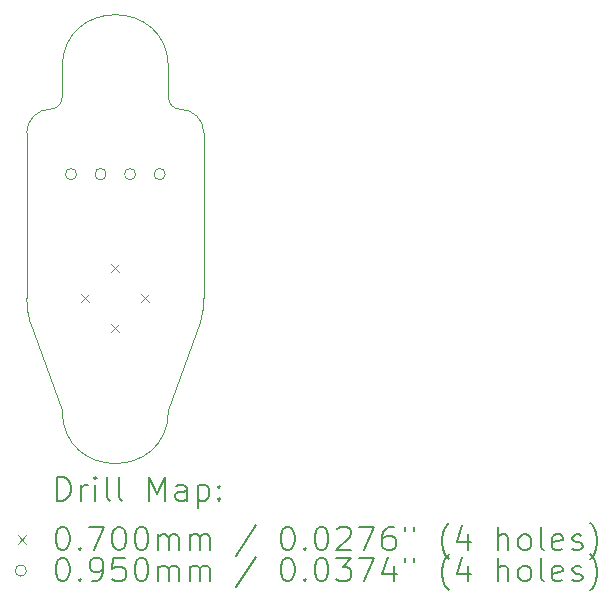
<source format=gbr>
%TF.GenerationSoftware,KiCad,Pcbnew,8.0.2*%
%TF.CreationDate,2025-01-25T00:55:08-07:00*%
%TF.ProjectId,sdm25mlxboard,73646d32-356d-46c7-9862-6f6172642e6b,1*%
%TF.SameCoordinates,Original*%
%TF.FileFunction,Drillmap*%
%TF.FilePolarity,Positive*%
%FSLAX45Y45*%
G04 Gerber Fmt 4.5, Leading zero omitted, Abs format (unit mm)*
G04 Created by KiCad (PCBNEW 8.0.2) date 2025-01-25 00:55:08*
%MOMM*%
%LPD*%
G01*
G04 APERTURE LIST*
%ADD10C,0.050000*%
%ADD11C,0.200000*%
%ADD12C,0.100000*%
G04 APERTURE END LIST*
D10*
X15600000Y-8650000D02*
G75*
G02*
X16500000Y-8650000I450000J0D01*
G01*
X15300000Y-10600000D02*
X15300000Y-9200000D01*
X16771143Y-10806041D02*
X16500000Y-11550000D01*
X16500000Y-8900000D02*
X16500000Y-8650000D01*
X16800000Y-10600000D02*
G75*
G02*
X16771143Y-10806041I-750000J0D01*
G01*
X16600000Y-9000000D02*
G75*
G02*
X16500000Y-8900000I0J100000D01*
G01*
X15328857Y-10806041D02*
X15600000Y-11550000D01*
X16500000Y-11550000D02*
G75*
G02*
X15600000Y-11550000I-450000J0D01*
G01*
X15600000Y-8650000D02*
X15600000Y-8900000D01*
X15600000Y-8900000D02*
G75*
G02*
X15500000Y-9000000I-100000J0D01*
G01*
X16800000Y-10600000D02*
X16800000Y-9200000D01*
X16600000Y-9000000D02*
G75*
G02*
X16800000Y-9200000I0J-200000D01*
G01*
X15328857Y-10806041D02*
G75*
G02*
X15300000Y-10600000I721143J206041D01*
G01*
X15300000Y-9200000D02*
G75*
G02*
X15500000Y-9000000I200000J0D01*
G01*
D11*
D12*
X15761000Y-10565000D02*
X15831000Y-10635000D01*
X15831000Y-10565000D02*
X15761000Y-10635000D01*
X16015000Y-10311000D02*
X16085000Y-10381000D01*
X16085000Y-10311000D02*
X16015000Y-10381000D01*
X16015000Y-10819000D02*
X16085000Y-10889000D01*
X16085000Y-10819000D02*
X16015000Y-10889000D01*
X16269000Y-10565000D02*
X16339000Y-10635000D01*
X16339000Y-10565000D02*
X16269000Y-10635000D01*
X15722500Y-9550000D02*
G75*
G02*
X15627500Y-9550000I-47500J0D01*
G01*
X15627500Y-9550000D02*
G75*
G02*
X15722500Y-9550000I47500J0D01*
G01*
X15972500Y-9550000D02*
G75*
G02*
X15877500Y-9550000I-47500J0D01*
G01*
X15877500Y-9550000D02*
G75*
G02*
X15972500Y-9550000I47500J0D01*
G01*
X16222500Y-9550000D02*
G75*
G02*
X16127500Y-9550000I-47500J0D01*
G01*
X16127500Y-9550000D02*
G75*
G02*
X16222500Y-9550000I47500J0D01*
G01*
X16472500Y-9550000D02*
G75*
G02*
X16377500Y-9550000I-47500J0D01*
G01*
X16377500Y-9550000D02*
G75*
G02*
X16472500Y-9550000I47500J0D01*
G01*
D11*
X15558277Y-12313984D02*
X15558277Y-12113984D01*
X15558277Y-12113984D02*
X15605896Y-12113984D01*
X15605896Y-12113984D02*
X15634467Y-12123508D01*
X15634467Y-12123508D02*
X15653515Y-12142555D01*
X15653515Y-12142555D02*
X15663039Y-12161603D01*
X15663039Y-12161603D02*
X15672562Y-12199698D01*
X15672562Y-12199698D02*
X15672562Y-12228269D01*
X15672562Y-12228269D02*
X15663039Y-12266365D01*
X15663039Y-12266365D02*
X15653515Y-12285412D01*
X15653515Y-12285412D02*
X15634467Y-12304460D01*
X15634467Y-12304460D02*
X15605896Y-12313984D01*
X15605896Y-12313984D02*
X15558277Y-12313984D01*
X15758277Y-12313984D02*
X15758277Y-12180650D01*
X15758277Y-12218746D02*
X15767801Y-12199698D01*
X15767801Y-12199698D02*
X15777324Y-12190174D01*
X15777324Y-12190174D02*
X15796372Y-12180650D01*
X15796372Y-12180650D02*
X15815420Y-12180650D01*
X15882086Y-12313984D02*
X15882086Y-12180650D01*
X15882086Y-12113984D02*
X15872562Y-12123508D01*
X15872562Y-12123508D02*
X15882086Y-12133031D01*
X15882086Y-12133031D02*
X15891610Y-12123508D01*
X15891610Y-12123508D02*
X15882086Y-12113984D01*
X15882086Y-12113984D02*
X15882086Y-12133031D01*
X16005896Y-12313984D02*
X15986848Y-12304460D01*
X15986848Y-12304460D02*
X15977324Y-12285412D01*
X15977324Y-12285412D02*
X15977324Y-12113984D01*
X16110658Y-12313984D02*
X16091610Y-12304460D01*
X16091610Y-12304460D02*
X16082086Y-12285412D01*
X16082086Y-12285412D02*
X16082086Y-12113984D01*
X16339229Y-12313984D02*
X16339229Y-12113984D01*
X16339229Y-12113984D02*
X16405896Y-12256841D01*
X16405896Y-12256841D02*
X16472562Y-12113984D01*
X16472562Y-12113984D02*
X16472562Y-12313984D01*
X16653515Y-12313984D02*
X16653515Y-12209222D01*
X16653515Y-12209222D02*
X16643991Y-12190174D01*
X16643991Y-12190174D02*
X16624943Y-12180650D01*
X16624943Y-12180650D02*
X16586848Y-12180650D01*
X16586848Y-12180650D02*
X16567801Y-12190174D01*
X16653515Y-12304460D02*
X16634467Y-12313984D01*
X16634467Y-12313984D02*
X16586848Y-12313984D01*
X16586848Y-12313984D02*
X16567801Y-12304460D01*
X16567801Y-12304460D02*
X16558277Y-12285412D01*
X16558277Y-12285412D02*
X16558277Y-12266365D01*
X16558277Y-12266365D02*
X16567801Y-12247317D01*
X16567801Y-12247317D02*
X16586848Y-12237793D01*
X16586848Y-12237793D02*
X16634467Y-12237793D01*
X16634467Y-12237793D02*
X16653515Y-12228269D01*
X16748753Y-12180650D02*
X16748753Y-12380650D01*
X16748753Y-12190174D02*
X16767801Y-12180650D01*
X16767801Y-12180650D02*
X16805896Y-12180650D01*
X16805896Y-12180650D02*
X16824944Y-12190174D01*
X16824944Y-12190174D02*
X16834467Y-12199698D01*
X16834467Y-12199698D02*
X16843991Y-12218746D01*
X16843991Y-12218746D02*
X16843991Y-12275888D01*
X16843991Y-12275888D02*
X16834467Y-12294936D01*
X16834467Y-12294936D02*
X16824944Y-12304460D01*
X16824944Y-12304460D02*
X16805896Y-12313984D01*
X16805896Y-12313984D02*
X16767801Y-12313984D01*
X16767801Y-12313984D02*
X16748753Y-12304460D01*
X16929705Y-12294936D02*
X16939229Y-12304460D01*
X16939229Y-12304460D02*
X16929705Y-12313984D01*
X16929705Y-12313984D02*
X16920182Y-12304460D01*
X16920182Y-12304460D02*
X16929705Y-12294936D01*
X16929705Y-12294936D02*
X16929705Y-12313984D01*
X16929705Y-12190174D02*
X16939229Y-12199698D01*
X16939229Y-12199698D02*
X16929705Y-12209222D01*
X16929705Y-12209222D02*
X16920182Y-12199698D01*
X16920182Y-12199698D02*
X16929705Y-12190174D01*
X16929705Y-12190174D02*
X16929705Y-12209222D01*
D12*
X15227500Y-12607500D02*
X15297500Y-12677500D01*
X15297500Y-12607500D02*
X15227500Y-12677500D01*
D11*
X15596372Y-12533984D02*
X15615420Y-12533984D01*
X15615420Y-12533984D02*
X15634467Y-12543508D01*
X15634467Y-12543508D02*
X15643991Y-12553031D01*
X15643991Y-12553031D02*
X15653515Y-12572079D01*
X15653515Y-12572079D02*
X15663039Y-12610174D01*
X15663039Y-12610174D02*
X15663039Y-12657793D01*
X15663039Y-12657793D02*
X15653515Y-12695888D01*
X15653515Y-12695888D02*
X15643991Y-12714936D01*
X15643991Y-12714936D02*
X15634467Y-12724460D01*
X15634467Y-12724460D02*
X15615420Y-12733984D01*
X15615420Y-12733984D02*
X15596372Y-12733984D01*
X15596372Y-12733984D02*
X15577324Y-12724460D01*
X15577324Y-12724460D02*
X15567801Y-12714936D01*
X15567801Y-12714936D02*
X15558277Y-12695888D01*
X15558277Y-12695888D02*
X15548753Y-12657793D01*
X15548753Y-12657793D02*
X15548753Y-12610174D01*
X15548753Y-12610174D02*
X15558277Y-12572079D01*
X15558277Y-12572079D02*
X15567801Y-12553031D01*
X15567801Y-12553031D02*
X15577324Y-12543508D01*
X15577324Y-12543508D02*
X15596372Y-12533984D01*
X15748753Y-12714936D02*
X15758277Y-12724460D01*
X15758277Y-12724460D02*
X15748753Y-12733984D01*
X15748753Y-12733984D02*
X15739229Y-12724460D01*
X15739229Y-12724460D02*
X15748753Y-12714936D01*
X15748753Y-12714936D02*
X15748753Y-12733984D01*
X15824943Y-12533984D02*
X15958277Y-12533984D01*
X15958277Y-12533984D02*
X15872562Y-12733984D01*
X16072562Y-12533984D02*
X16091610Y-12533984D01*
X16091610Y-12533984D02*
X16110658Y-12543508D01*
X16110658Y-12543508D02*
X16120182Y-12553031D01*
X16120182Y-12553031D02*
X16129705Y-12572079D01*
X16129705Y-12572079D02*
X16139229Y-12610174D01*
X16139229Y-12610174D02*
X16139229Y-12657793D01*
X16139229Y-12657793D02*
X16129705Y-12695888D01*
X16129705Y-12695888D02*
X16120182Y-12714936D01*
X16120182Y-12714936D02*
X16110658Y-12724460D01*
X16110658Y-12724460D02*
X16091610Y-12733984D01*
X16091610Y-12733984D02*
X16072562Y-12733984D01*
X16072562Y-12733984D02*
X16053515Y-12724460D01*
X16053515Y-12724460D02*
X16043991Y-12714936D01*
X16043991Y-12714936D02*
X16034467Y-12695888D01*
X16034467Y-12695888D02*
X16024943Y-12657793D01*
X16024943Y-12657793D02*
X16024943Y-12610174D01*
X16024943Y-12610174D02*
X16034467Y-12572079D01*
X16034467Y-12572079D02*
X16043991Y-12553031D01*
X16043991Y-12553031D02*
X16053515Y-12543508D01*
X16053515Y-12543508D02*
X16072562Y-12533984D01*
X16263039Y-12533984D02*
X16282086Y-12533984D01*
X16282086Y-12533984D02*
X16301134Y-12543508D01*
X16301134Y-12543508D02*
X16310658Y-12553031D01*
X16310658Y-12553031D02*
X16320182Y-12572079D01*
X16320182Y-12572079D02*
X16329705Y-12610174D01*
X16329705Y-12610174D02*
X16329705Y-12657793D01*
X16329705Y-12657793D02*
X16320182Y-12695888D01*
X16320182Y-12695888D02*
X16310658Y-12714936D01*
X16310658Y-12714936D02*
X16301134Y-12724460D01*
X16301134Y-12724460D02*
X16282086Y-12733984D01*
X16282086Y-12733984D02*
X16263039Y-12733984D01*
X16263039Y-12733984D02*
X16243991Y-12724460D01*
X16243991Y-12724460D02*
X16234467Y-12714936D01*
X16234467Y-12714936D02*
X16224943Y-12695888D01*
X16224943Y-12695888D02*
X16215420Y-12657793D01*
X16215420Y-12657793D02*
X16215420Y-12610174D01*
X16215420Y-12610174D02*
X16224943Y-12572079D01*
X16224943Y-12572079D02*
X16234467Y-12553031D01*
X16234467Y-12553031D02*
X16243991Y-12543508D01*
X16243991Y-12543508D02*
X16263039Y-12533984D01*
X16415420Y-12733984D02*
X16415420Y-12600650D01*
X16415420Y-12619698D02*
X16424943Y-12610174D01*
X16424943Y-12610174D02*
X16443991Y-12600650D01*
X16443991Y-12600650D02*
X16472563Y-12600650D01*
X16472563Y-12600650D02*
X16491610Y-12610174D01*
X16491610Y-12610174D02*
X16501134Y-12629222D01*
X16501134Y-12629222D02*
X16501134Y-12733984D01*
X16501134Y-12629222D02*
X16510658Y-12610174D01*
X16510658Y-12610174D02*
X16529705Y-12600650D01*
X16529705Y-12600650D02*
X16558277Y-12600650D01*
X16558277Y-12600650D02*
X16577324Y-12610174D01*
X16577324Y-12610174D02*
X16586848Y-12629222D01*
X16586848Y-12629222D02*
X16586848Y-12733984D01*
X16682086Y-12733984D02*
X16682086Y-12600650D01*
X16682086Y-12619698D02*
X16691610Y-12610174D01*
X16691610Y-12610174D02*
X16710658Y-12600650D01*
X16710658Y-12600650D02*
X16739229Y-12600650D01*
X16739229Y-12600650D02*
X16758277Y-12610174D01*
X16758277Y-12610174D02*
X16767801Y-12629222D01*
X16767801Y-12629222D02*
X16767801Y-12733984D01*
X16767801Y-12629222D02*
X16777325Y-12610174D01*
X16777325Y-12610174D02*
X16796372Y-12600650D01*
X16796372Y-12600650D02*
X16824944Y-12600650D01*
X16824944Y-12600650D02*
X16843991Y-12610174D01*
X16843991Y-12610174D02*
X16853515Y-12629222D01*
X16853515Y-12629222D02*
X16853515Y-12733984D01*
X17243991Y-12524460D02*
X17072563Y-12781603D01*
X17501134Y-12533984D02*
X17520182Y-12533984D01*
X17520182Y-12533984D02*
X17539229Y-12543508D01*
X17539229Y-12543508D02*
X17548753Y-12553031D01*
X17548753Y-12553031D02*
X17558277Y-12572079D01*
X17558277Y-12572079D02*
X17567801Y-12610174D01*
X17567801Y-12610174D02*
X17567801Y-12657793D01*
X17567801Y-12657793D02*
X17558277Y-12695888D01*
X17558277Y-12695888D02*
X17548753Y-12714936D01*
X17548753Y-12714936D02*
X17539229Y-12724460D01*
X17539229Y-12724460D02*
X17520182Y-12733984D01*
X17520182Y-12733984D02*
X17501134Y-12733984D01*
X17501134Y-12733984D02*
X17482087Y-12724460D01*
X17482087Y-12724460D02*
X17472563Y-12714936D01*
X17472563Y-12714936D02*
X17463039Y-12695888D01*
X17463039Y-12695888D02*
X17453515Y-12657793D01*
X17453515Y-12657793D02*
X17453515Y-12610174D01*
X17453515Y-12610174D02*
X17463039Y-12572079D01*
X17463039Y-12572079D02*
X17472563Y-12553031D01*
X17472563Y-12553031D02*
X17482087Y-12543508D01*
X17482087Y-12543508D02*
X17501134Y-12533984D01*
X17653515Y-12714936D02*
X17663039Y-12724460D01*
X17663039Y-12724460D02*
X17653515Y-12733984D01*
X17653515Y-12733984D02*
X17643991Y-12724460D01*
X17643991Y-12724460D02*
X17653515Y-12714936D01*
X17653515Y-12714936D02*
X17653515Y-12733984D01*
X17786848Y-12533984D02*
X17805896Y-12533984D01*
X17805896Y-12533984D02*
X17824944Y-12543508D01*
X17824944Y-12543508D02*
X17834468Y-12553031D01*
X17834468Y-12553031D02*
X17843991Y-12572079D01*
X17843991Y-12572079D02*
X17853515Y-12610174D01*
X17853515Y-12610174D02*
X17853515Y-12657793D01*
X17853515Y-12657793D02*
X17843991Y-12695888D01*
X17843991Y-12695888D02*
X17834468Y-12714936D01*
X17834468Y-12714936D02*
X17824944Y-12724460D01*
X17824944Y-12724460D02*
X17805896Y-12733984D01*
X17805896Y-12733984D02*
X17786848Y-12733984D01*
X17786848Y-12733984D02*
X17767801Y-12724460D01*
X17767801Y-12724460D02*
X17758277Y-12714936D01*
X17758277Y-12714936D02*
X17748753Y-12695888D01*
X17748753Y-12695888D02*
X17739229Y-12657793D01*
X17739229Y-12657793D02*
X17739229Y-12610174D01*
X17739229Y-12610174D02*
X17748753Y-12572079D01*
X17748753Y-12572079D02*
X17758277Y-12553031D01*
X17758277Y-12553031D02*
X17767801Y-12543508D01*
X17767801Y-12543508D02*
X17786848Y-12533984D01*
X17929706Y-12553031D02*
X17939229Y-12543508D01*
X17939229Y-12543508D02*
X17958277Y-12533984D01*
X17958277Y-12533984D02*
X18005896Y-12533984D01*
X18005896Y-12533984D02*
X18024944Y-12543508D01*
X18024944Y-12543508D02*
X18034468Y-12553031D01*
X18034468Y-12553031D02*
X18043991Y-12572079D01*
X18043991Y-12572079D02*
X18043991Y-12591127D01*
X18043991Y-12591127D02*
X18034468Y-12619698D01*
X18034468Y-12619698D02*
X17920182Y-12733984D01*
X17920182Y-12733984D02*
X18043991Y-12733984D01*
X18110658Y-12533984D02*
X18243991Y-12533984D01*
X18243991Y-12533984D02*
X18158277Y-12733984D01*
X18405896Y-12533984D02*
X18367801Y-12533984D01*
X18367801Y-12533984D02*
X18348753Y-12543508D01*
X18348753Y-12543508D02*
X18339229Y-12553031D01*
X18339229Y-12553031D02*
X18320182Y-12581603D01*
X18320182Y-12581603D02*
X18310658Y-12619698D01*
X18310658Y-12619698D02*
X18310658Y-12695888D01*
X18310658Y-12695888D02*
X18320182Y-12714936D01*
X18320182Y-12714936D02*
X18329706Y-12724460D01*
X18329706Y-12724460D02*
X18348753Y-12733984D01*
X18348753Y-12733984D02*
X18386849Y-12733984D01*
X18386849Y-12733984D02*
X18405896Y-12724460D01*
X18405896Y-12724460D02*
X18415420Y-12714936D01*
X18415420Y-12714936D02*
X18424944Y-12695888D01*
X18424944Y-12695888D02*
X18424944Y-12648269D01*
X18424944Y-12648269D02*
X18415420Y-12629222D01*
X18415420Y-12629222D02*
X18405896Y-12619698D01*
X18405896Y-12619698D02*
X18386849Y-12610174D01*
X18386849Y-12610174D02*
X18348753Y-12610174D01*
X18348753Y-12610174D02*
X18329706Y-12619698D01*
X18329706Y-12619698D02*
X18320182Y-12629222D01*
X18320182Y-12629222D02*
X18310658Y-12648269D01*
X18501134Y-12533984D02*
X18501134Y-12572079D01*
X18577325Y-12533984D02*
X18577325Y-12572079D01*
X18872563Y-12810174D02*
X18863039Y-12800650D01*
X18863039Y-12800650D02*
X18843991Y-12772079D01*
X18843991Y-12772079D02*
X18834468Y-12753031D01*
X18834468Y-12753031D02*
X18824944Y-12724460D01*
X18824944Y-12724460D02*
X18815420Y-12676841D01*
X18815420Y-12676841D02*
X18815420Y-12638746D01*
X18815420Y-12638746D02*
X18824944Y-12591127D01*
X18824944Y-12591127D02*
X18834468Y-12562555D01*
X18834468Y-12562555D02*
X18843991Y-12543508D01*
X18843991Y-12543508D02*
X18863039Y-12514936D01*
X18863039Y-12514936D02*
X18872563Y-12505412D01*
X19034468Y-12600650D02*
X19034468Y-12733984D01*
X18986849Y-12524460D02*
X18939230Y-12667317D01*
X18939230Y-12667317D02*
X19063039Y-12667317D01*
X19291611Y-12733984D02*
X19291611Y-12533984D01*
X19377325Y-12733984D02*
X19377325Y-12629222D01*
X19377325Y-12629222D02*
X19367801Y-12610174D01*
X19367801Y-12610174D02*
X19348753Y-12600650D01*
X19348753Y-12600650D02*
X19320182Y-12600650D01*
X19320182Y-12600650D02*
X19301134Y-12610174D01*
X19301134Y-12610174D02*
X19291611Y-12619698D01*
X19501134Y-12733984D02*
X19482087Y-12724460D01*
X19482087Y-12724460D02*
X19472563Y-12714936D01*
X19472563Y-12714936D02*
X19463039Y-12695888D01*
X19463039Y-12695888D02*
X19463039Y-12638746D01*
X19463039Y-12638746D02*
X19472563Y-12619698D01*
X19472563Y-12619698D02*
X19482087Y-12610174D01*
X19482087Y-12610174D02*
X19501134Y-12600650D01*
X19501134Y-12600650D02*
X19529706Y-12600650D01*
X19529706Y-12600650D02*
X19548753Y-12610174D01*
X19548753Y-12610174D02*
X19558277Y-12619698D01*
X19558277Y-12619698D02*
X19567801Y-12638746D01*
X19567801Y-12638746D02*
X19567801Y-12695888D01*
X19567801Y-12695888D02*
X19558277Y-12714936D01*
X19558277Y-12714936D02*
X19548753Y-12724460D01*
X19548753Y-12724460D02*
X19529706Y-12733984D01*
X19529706Y-12733984D02*
X19501134Y-12733984D01*
X19682087Y-12733984D02*
X19663039Y-12724460D01*
X19663039Y-12724460D02*
X19653515Y-12705412D01*
X19653515Y-12705412D02*
X19653515Y-12533984D01*
X19834468Y-12724460D02*
X19815420Y-12733984D01*
X19815420Y-12733984D02*
X19777325Y-12733984D01*
X19777325Y-12733984D02*
X19758277Y-12724460D01*
X19758277Y-12724460D02*
X19748753Y-12705412D01*
X19748753Y-12705412D02*
X19748753Y-12629222D01*
X19748753Y-12629222D02*
X19758277Y-12610174D01*
X19758277Y-12610174D02*
X19777325Y-12600650D01*
X19777325Y-12600650D02*
X19815420Y-12600650D01*
X19815420Y-12600650D02*
X19834468Y-12610174D01*
X19834468Y-12610174D02*
X19843992Y-12629222D01*
X19843992Y-12629222D02*
X19843992Y-12648269D01*
X19843992Y-12648269D02*
X19748753Y-12667317D01*
X19920182Y-12724460D02*
X19939230Y-12733984D01*
X19939230Y-12733984D02*
X19977325Y-12733984D01*
X19977325Y-12733984D02*
X19996373Y-12724460D01*
X19996373Y-12724460D02*
X20005896Y-12705412D01*
X20005896Y-12705412D02*
X20005896Y-12695888D01*
X20005896Y-12695888D02*
X19996373Y-12676841D01*
X19996373Y-12676841D02*
X19977325Y-12667317D01*
X19977325Y-12667317D02*
X19948753Y-12667317D01*
X19948753Y-12667317D02*
X19929706Y-12657793D01*
X19929706Y-12657793D02*
X19920182Y-12638746D01*
X19920182Y-12638746D02*
X19920182Y-12629222D01*
X19920182Y-12629222D02*
X19929706Y-12610174D01*
X19929706Y-12610174D02*
X19948753Y-12600650D01*
X19948753Y-12600650D02*
X19977325Y-12600650D01*
X19977325Y-12600650D02*
X19996373Y-12610174D01*
X20072563Y-12810174D02*
X20082087Y-12800650D01*
X20082087Y-12800650D02*
X20101134Y-12772079D01*
X20101134Y-12772079D02*
X20110658Y-12753031D01*
X20110658Y-12753031D02*
X20120182Y-12724460D01*
X20120182Y-12724460D02*
X20129706Y-12676841D01*
X20129706Y-12676841D02*
X20129706Y-12638746D01*
X20129706Y-12638746D02*
X20120182Y-12591127D01*
X20120182Y-12591127D02*
X20110658Y-12562555D01*
X20110658Y-12562555D02*
X20101134Y-12543508D01*
X20101134Y-12543508D02*
X20082087Y-12514936D01*
X20082087Y-12514936D02*
X20072563Y-12505412D01*
D12*
X15297500Y-12906500D02*
G75*
G02*
X15202500Y-12906500I-47500J0D01*
G01*
X15202500Y-12906500D02*
G75*
G02*
X15297500Y-12906500I47500J0D01*
G01*
D11*
X15596372Y-12797984D02*
X15615420Y-12797984D01*
X15615420Y-12797984D02*
X15634467Y-12807508D01*
X15634467Y-12807508D02*
X15643991Y-12817031D01*
X15643991Y-12817031D02*
X15653515Y-12836079D01*
X15653515Y-12836079D02*
X15663039Y-12874174D01*
X15663039Y-12874174D02*
X15663039Y-12921793D01*
X15663039Y-12921793D02*
X15653515Y-12959888D01*
X15653515Y-12959888D02*
X15643991Y-12978936D01*
X15643991Y-12978936D02*
X15634467Y-12988460D01*
X15634467Y-12988460D02*
X15615420Y-12997984D01*
X15615420Y-12997984D02*
X15596372Y-12997984D01*
X15596372Y-12997984D02*
X15577324Y-12988460D01*
X15577324Y-12988460D02*
X15567801Y-12978936D01*
X15567801Y-12978936D02*
X15558277Y-12959888D01*
X15558277Y-12959888D02*
X15548753Y-12921793D01*
X15548753Y-12921793D02*
X15548753Y-12874174D01*
X15548753Y-12874174D02*
X15558277Y-12836079D01*
X15558277Y-12836079D02*
X15567801Y-12817031D01*
X15567801Y-12817031D02*
X15577324Y-12807508D01*
X15577324Y-12807508D02*
X15596372Y-12797984D01*
X15748753Y-12978936D02*
X15758277Y-12988460D01*
X15758277Y-12988460D02*
X15748753Y-12997984D01*
X15748753Y-12997984D02*
X15739229Y-12988460D01*
X15739229Y-12988460D02*
X15748753Y-12978936D01*
X15748753Y-12978936D02*
X15748753Y-12997984D01*
X15853515Y-12997984D02*
X15891610Y-12997984D01*
X15891610Y-12997984D02*
X15910658Y-12988460D01*
X15910658Y-12988460D02*
X15920182Y-12978936D01*
X15920182Y-12978936D02*
X15939229Y-12950365D01*
X15939229Y-12950365D02*
X15948753Y-12912269D01*
X15948753Y-12912269D02*
X15948753Y-12836079D01*
X15948753Y-12836079D02*
X15939229Y-12817031D01*
X15939229Y-12817031D02*
X15929705Y-12807508D01*
X15929705Y-12807508D02*
X15910658Y-12797984D01*
X15910658Y-12797984D02*
X15872562Y-12797984D01*
X15872562Y-12797984D02*
X15853515Y-12807508D01*
X15853515Y-12807508D02*
X15843991Y-12817031D01*
X15843991Y-12817031D02*
X15834467Y-12836079D01*
X15834467Y-12836079D02*
X15834467Y-12883698D01*
X15834467Y-12883698D02*
X15843991Y-12902746D01*
X15843991Y-12902746D02*
X15853515Y-12912269D01*
X15853515Y-12912269D02*
X15872562Y-12921793D01*
X15872562Y-12921793D02*
X15910658Y-12921793D01*
X15910658Y-12921793D02*
X15929705Y-12912269D01*
X15929705Y-12912269D02*
X15939229Y-12902746D01*
X15939229Y-12902746D02*
X15948753Y-12883698D01*
X16129705Y-12797984D02*
X16034467Y-12797984D01*
X16034467Y-12797984D02*
X16024943Y-12893222D01*
X16024943Y-12893222D02*
X16034467Y-12883698D01*
X16034467Y-12883698D02*
X16053515Y-12874174D01*
X16053515Y-12874174D02*
X16101134Y-12874174D01*
X16101134Y-12874174D02*
X16120182Y-12883698D01*
X16120182Y-12883698D02*
X16129705Y-12893222D01*
X16129705Y-12893222D02*
X16139229Y-12912269D01*
X16139229Y-12912269D02*
X16139229Y-12959888D01*
X16139229Y-12959888D02*
X16129705Y-12978936D01*
X16129705Y-12978936D02*
X16120182Y-12988460D01*
X16120182Y-12988460D02*
X16101134Y-12997984D01*
X16101134Y-12997984D02*
X16053515Y-12997984D01*
X16053515Y-12997984D02*
X16034467Y-12988460D01*
X16034467Y-12988460D02*
X16024943Y-12978936D01*
X16263039Y-12797984D02*
X16282086Y-12797984D01*
X16282086Y-12797984D02*
X16301134Y-12807508D01*
X16301134Y-12807508D02*
X16310658Y-12817031D01*
X16310658Y-12817031D02*
X16320182Y-12836079D01*
X16320182Y-12836079D02*
X16329705Y-12874174D01*
X16329705Y-12874174D02*
X16329705Y-12921793D01*
X16329705Y-12921793D02*
X16320182Y-12959888D01*
X16320182Y-12959888D02*
X16310658Y-12978936D01*
X16310658Y-12978936D02*
X16301134Y-12988460D01*
X16301134Y-12988460D02*
X16282086Y-12997984D01*
X16282086Y-12997984D02*
X16263039Y-12997984D01*
X16263039Y-12997984D02*
X16243991Y-12988460D01*
X16243991Y-12988460D02*
X16234467Y-12978936D01*
X16234467Y-12978936D02*
X16224943Y-12959888D01*
X16224943Y-12959888D02*
X16215420Y-12921793D01*
X16215420Y-12921793D02*
X16215420Y-12874174D01*
X16215420Y-12874174D02*
X16224943Y-12836079D01*
X16224943Y-12836079D02*
X16234467Y-12817031D01*
X16234467Y-12817031D02*
X16243991Y-12807508D01*
X16243991Y-12807508D02*
X16263039Y-12797984D01*
X16415420Y-12997984D02*
X16415420Y-12864650D01*
X16415420Y-12883698D02*
X16424943Y-12874174D01*
X16424943Y-12874174D02*
X16443991Y-12864650D01*
X16443991Y-12864650D02*
X16472563Y-12864650D01*
X16472563Y-12864650D02*
X16491610Y-12874174D01*
X16491610Y-12874174D02*
X16501134Y-12893222D01*
X16501134Y-12893222D02*
X16501134Y-12997984D01*
X16501134Y-12893222D02*
X16510658Y-12874174D01*
X16510658Y-12874174D02*
X16529705Y-12864650D01*
X16529705Y-12864650D02*
X16558277Y-12864650D01*
X16558277Y-12864650D02*
X16577324Y-12874174D01*
X16577324Y-12874174D02*
X16586848Y-12893222D01*
X16586848Y-12893222D02*
X16586848Y-12997984D01*
X16682086Y-12997984D02*
X16682086Y-12864650D01*
X16682086Y-12883698D02*
X16691610Y-12874174D01*
X16691610Y-12874174D02*
X16710658Y-12864650D01*
X16710658Y-12864650D02*
X16739229Y-12864650D01*
X16739229Y-12864650D02*
X16758277Y-12874174D01*
X16758277Y-12874174D02*
X16767801Y-12893222D01*
X16767801Y-12893222D02*
X16767801Y-12997984D01*
X16767801Y-12893222D02*
X16777325Y-12874174D01*
X16777325Y-12874174D02*
X16796372Y-12864650D01*
X16796372Y-12864650D02*
X16824944Y-12864650D01*
X16824944Y-12864650D02*
X16843991Y-12874174D01*
X16843991Y-12874174D02*
X16853515Y-12893222D01*
X16853515Y-12893222D02*
X16853515Y-12997984D01*
X17243991Y-12788460D02*
X17072563Y-13045603D01*
X17501134Y-12797984D02*
X17520182Y-12797984D01*
X17520182Y-12797984D02*
X17539229Y-12807508D01*
X17539229Y-12807508D02*
X17548753Y-12817031D01*
X17548753Y-12817031D02*
X17558277Y-12836079D01*
X17558277Y-12836079D02*
X17567801Y-12874174D01*
X17567801Y-12874174D02*
X17567801Y-12921793D01*
X17567801Y-12921793D02*
X17558277Y-12959888D01*
X17558277Y-12959888D02*
X17548753Y-12978936D01*
X17548753Y-12978936D02*
X17539229Y-12988460D01*
X17539229Y-12988460D02*
X17520182Y-12997984D01*
X17520182Y-12997984D02*
X17501134Y-12997984D01*
X17501134Y-12997984D02*
X17482087Y-12988460D01*
X17482087Y-12988460D02*
X17472563Y-12978936D01*
X17472563Y-12978936D02*
X17463039Y-12959888D01*
X17463039Y-12959888D02*
X17453515Y-12921793D01*
X17453515Y-12921793D02*
X17453515Y-12874174D01*
X17453515Y-12874174D02*
X17463039Y-12836079D01*
X17463039Y-12836079D02*
X17472563Y-12817031D01*
X17472563Y-12817031D02*
X17482087Y-12807508D01*
X17482087Y-12807508D02*
X17501134Y-12797984D01*
X17653515Y-12978936D02*
X17663039Y-12988460D01*
X17663039Y-12988460D02*
X17653515Y-12997984D01*
X17653515Y-12997984D02*
X17643991Y-12988460D01*
X17643991Y-12988460D02*
X17653515Y-12978936D01*
X17653515Y-12978936D02*
X17653515Y-12997984D01*
X17786848Y-12797984D02*
X17805896Y-12797984D01*
X17805896Y-12797984D02*
X17824944Y-12807508D01*
X17824944Y-12807508D02*
X17834468Y-12817031D01*
X17834468Y-12817031D02*
X17843991Y-12836079D01*
X17843991Y-12836079D02*
X17853515Y-12874174D01*
X17853515Y-12874174D02*
X17853515Y-12921793D01*
X17853515Y-12921793D02*
X17843991Y-12959888D01*
X17843991Y-12959888D02*
X17834468Y-12978936D01*
X17834468Y-12978936D02*
X17824944Y-12988460D01*
X17824944Y-12988460D02*
X17805896Y-12997984D01*
X17805896Y-12997984D02*
X17786848Y-12997984D01*
X17786848Y-12997984D02*
X17767801Y-12988460D01*
X17767801Y-12988460D02*
X17758277Y-12978936D01*
X17758277Y-12978936D02*
X17748753Y-12959888D01*
X17748753Y-12959888D02*
X17739229Y-12921793D01*
X17739229Y-12921793D02*
X17739229Y-12874174D01*
X17739229Y-12874174D02*
X17748753Y-12836079D01*
X17748753Y-12836079D02*
X17758277Y-12817031D01*
X17758277Y-12817031D02*
X17767801Y-12807508D01*
X17767801Y-12807508D02*
X17786848Y-12797984D01*
X17920182Y-12797984D02*
X18043991Y-12797984D01*
X18043991Y-12797984D02*
X17977325Y-12874174D01*
X17977325Y-12874174D02*
X18005896Y-12874174D01*
X18005896Y-12874174D02*
X18024944Y-12883698D01*
X18024944Y-12883698D02*
X18034468Y-12893222D01*
X18034468Y-12893222D02*
X18043991Y-12912269D01*
X18043991Y-12912269D02*
X18043991Y-12959888D01*
X18043991Y-12959888D02*
X18034468Y-12978936D01*
X18034468Y-12978936D02*
X18024944Y-12988460D01*
X18024944Y-12988460D02*
X18005896Y-12997984D01*
X18005896Y-12997984D02*
X17948753Y-12997984D01*
X17948753Y-12997984D02*
X17929706Y-12988460D01*
X17929706Y-12988460D02*
X17920182Y-12978936D01*
X18110658Y-12797984D02*
X18243991Y-12797984D01*
X18243991Y-12797984D02*
X18158277Y-12997984D01*
X18405896Y-12864650D02*
X18405896Y-12997984D01*
X18358277Y-12788460D02*
X18310658Y-12931317D01*
X18310658Y-12931317D02*
X18434468Y-12931317D01*
X18501134Y-12797984D02*
X18501134Y-12836079D01*
X18577325Y-12797984D02*
X18577325Y-12836079D01*
X18872563Y-13074174D02*
X18863039Y-13064650D01*
X18863039Y-13064650D02*
X18843991Y-13036079D01*
X18843991Y-13036079D02*
X18834468Y-13017031D01*
X18834468Y-13017031D02*
X18824944Y-12988460D01*
X18824944Y-12988460D02*
X18815420Y-12940841D01*
X18815420Y-12940841D02*
X18815420Y-12902746D01*
X18815420Y-12902746D02*
X18824944Y-12855127D01*
X18824944Y-12855127D02*
X18834468Y-12826555D01*
X18834468Y-12826555D02*
X18843991Y-12807508D01*
X18843991Y-12807508D02*
X18863039Y-12778936D01*
X18863039Y-12778936D02*
X18872563Y-12769412D01*
X19034468Y-12864650D02*
X19034468Y-12997984D01*
X18986849Y-12788460D02*
X18939230Y-12931317D01*
X18939230Y-12931317D02*
X19063039Y-12931317D01*
X19291611Y-12997984D02*
X19291611Y-12797984D01*
X19377325Y-12997984D02*
X19377325Y-12893222D01*
X19377325Y-12893222D02*
X19367801Y-12874174D01*
X19367801Y-12874174D02*
X19348753Y-12864650D01*
X19348753Y-12864650D02*
X19320182Y-12864650D01*
X19320182Y-12864650D02*
X19301134Y-12874174D01*
X19301134Y-12874174D02*
X19291611Y-12883698D01*
X19501134Y-12997984D02*
X19482087Y-12988460D01*
X19482087Y-12988460D02*
X19472563Y-12978936D01*
X19472563Y-12978936D02*
X19463039Y-12959888D01*
X19463039Y-12959888D02*
X19463039Y-12902746D01*
X19463039Y-12902746D02*
X19472563Y-12883698D01*
X19472563Y-12883698D02*
X19482087Y-12874174D01*
X19482087Y-12874174D02*
X19501134Y-12864650D01*
X19501134Y-12864650D02*
X19529706Y-12864650D01*
X19529706Y-12864650D02*
X19548753Y-12874174D01*
X19548753Y-12874174D02*
X19558277Y-12883698D01*
X19558277Y-12883698D02*
X19567801Y-12902746D01*
X19567801Y-12902746D02*
X19567801Y-12959888D01*
X19567801Y-12959888D02*
X19558277Y-12978936D01*
X19558277Y-12978936D02*
X19548753Y-12988460D01*
X19548753Y-12988460D02*
X19529706Y-12997984D01*
X19529706Y-12997984D02*
X19501134Y-12997984D01*
X19682087Y-12997984D02*
X19663039Y-12988460D01*
X19663039Y-12988460D02*
X19653515Y-12969412D01*
X19653515Y-12969412D02*
X19653515Y-12797984D01*
X19834468Y-12988460D02*
X19815420Y-12997984D01*
X19815420Y-12997984D02*
X19777325Y-12997984D01*
X19777325Y-12997984D02*
X19758277Y-12988460D01*
X19758277Y-12988460D02*
X19748753Y-12969412D01*
X19748753Y-12969412D02*
X19748753Y-12893222D01*
X19748753Y-12893222D02*
X19758277Y-12874174D01*
X19758277Y-12874174D02*
X19777325Y-12864650D01*
X19777325Y-12864650D02*
X19815420Y-12864650D01*
X19815420Y-12864650D02*
X19834468Y-12874174D01*
X19834468Y-12874174D02*
X19843992Y-12893222D01*
X19843992Y-12893222D02*
X19843992Y-12912269D01*
X19843992Y-12912269D02*
X19748753Y-12931317D01*
X19920182Y-12988460D02*
X19939230Y-12997984D01*
X19939230Y-12997984D02*
X19977325Y-12997984D01*
X19977325Y-12997984D02*
X19996373Y-12988460D01*
X19996373Y-12988460D02*
X20005896Y-12969412D01*
X20005896Y-12969412D02*
X20005896Y-12959888D01*
X20005896Y-12959888D02*
X19996373Y-12940841D01*
X19996373Y-12940841D02*
X19977325Y-12931317D01*
X19977325Y-12931317D02*
X19948753Y-12931317D01*
X19948753Y-12931317D02*
X19929706Y-12921793D01*
X19929706Y-12921793D02*
X19920182Y-12902746D01*
X19920182Y-12902746D02*
X19920182Y-12893222D01*
X19920182Y-12893222D02*
X19929706Y-12874174D01*
X19929706Y-12874174D02*
X19948753Y-12864650D01*
X19948753Y-12864650D02*
X19977325Y-12864650D01*
X19977325Y-12864650D02*
X19996373Y-12874174D01*
X20072563Y-13074174D02*
X20082087Y-13064650D01*
X20082087Y-13064650D02*
X20101134Y-13036079D01*
X20101134Y-13036079D02*
X20110658Y-13017031D01*
X20110658Y-13017031D02*
X20120182Y-12988460D01*
X20120182Y-12988460D02*
X20129706Y-12940841D01*
X20129706Y-12940841D02*
X20129706Y-12902746D01*
X20129706Y-12902746D02*
X20120182Y-12855127D01*
X20120182Y-12855127D02*
X20110658Y-12826555D01*
X20110658Y-12826555D02*
X20101134Y-12807508D01*
X20101134Y-12807508D02*
X20082087Y-12778936D01*
X20082087Y-12778936D02*
X20072563Y-12769412D01*
M02*

</source>
